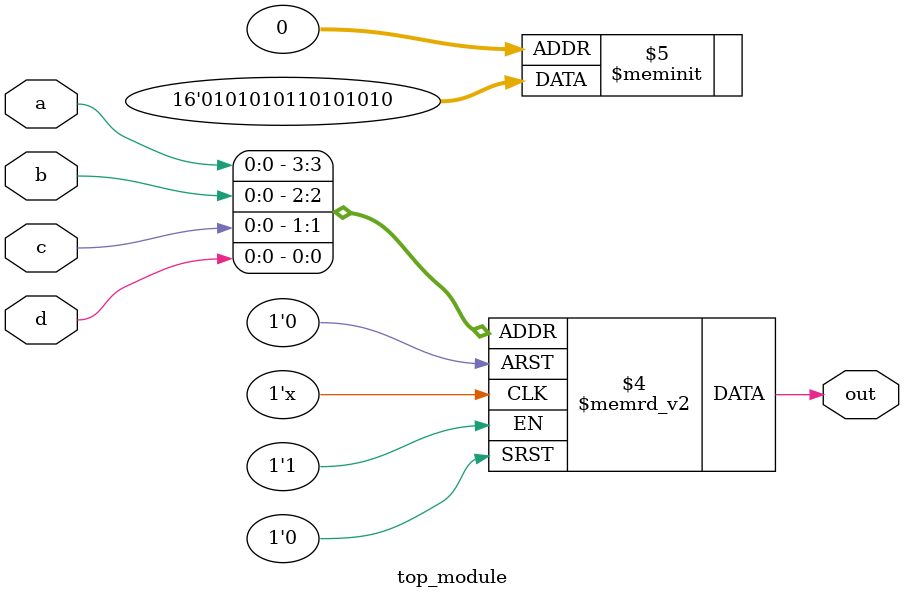
<source format=sv>
module top_module (
	input a, 
	input b,
	input c,
	input d,
	output reg out
);

	always @* begin
		case ({a,b,c,d})
			4'b0000, 4'b0010, 4'b0100, 4'b0110, 4'b1001, 4'b1011, 4'b1101, 4'b1111: out = 1'b0;
			default: out = 1'b1;
		endcase
	end

endmodule

</source>
